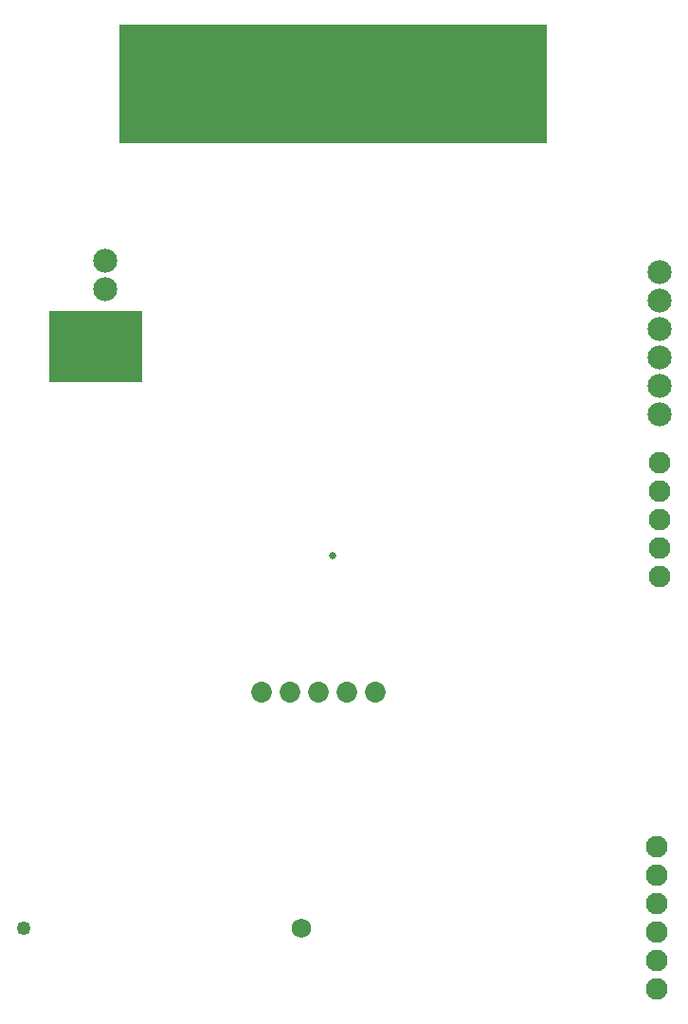
<source format=gbr>
G04 start of page 8 for group -4062 idx -4062 *
G04 Title: (unknown), soldermask *
G04 Creator: pcb v4.1.3-ge2c36c29 *
G04 CreationDate: Mon Jan  1 13:57:32 2024 UTC *
G04 For: p *
G04 Format: Gerber/RS-274X *
G04 PCB-Dimensions (mm): 152.40 127.00 *
G04 PCB-Coordinate-Origin: lower left *
%MOMM*%
%FSLAX43Y43*%
%LNBOTTOMMASK*%
%ADD63C,0.652*%
%ADD62C,1.252*%
%ADD61C,1.752*%
%ADD60C,1.852*%
%ADD59C,0.002*%
%ADD58C,2.152*%
%ADD57C,1.952*%
G54D57*X106036Y87345D03*
Y84805D03*
Y82265D03*
Y79725D03*
Y77185D03*
X105782Y53079D03*
Y50539D03*
Y47999D03*
Y45459D03*
Y42919D03*
Y40379D03*
G54D58*X106036Y104387D03*
Y101847D03*
Y99307D03*
Y96767D03*
Y94227D03*
Y91687D03*
X56492Y105424D03*
Y102884D03*
G54D59*G36*
X53802Y100560D02*Y98884D01*
X55478D01*
Y100560D01*
X53802D01*
G37*
G36*
X55802D02*Y98884D01*
X57478D01*
Y100560D01*
X55802D01*
G37*
G36*
Y98560D02*Y96884D01*
X57478D01*
Y98560D01*
X55802D01*
G37*
G36*
X53802D02*Y96884D01*
X55478D01*
Y98560D01*
X53802D01*
G37*
G36*
X55802Y96560D02*Y94884D01*
X57478D01*
Y96560D01*
X55802D01*
G37*
G36*
X53802D02*Y94884D01*
X55478D01*
Y96560D01*
X53802D01*
G37*
G36*
X57802Y100560D02*Y98884D01*
X59478D01*
Y100560D01*
X57802D01*
G37*
G36*
Y98560D02*Y96884D01*
X59478D01*
Y98560D01*
X57802D01*
G37*
G36*
Y96560D02*Y94884D01*
X59478D01*
Y96560D01*
X57802D01*
G37*
G54D60*X70441Y66838D03*
X72981D03*
G54D61*X73987Y45778D03*
G54D60*X75521Y66838D03*
X78061D03*
X80601D03*
G54D62*X49187Y45778D03*
G54D63*X76824Y79013D03*
G54D59*G36*
X51493Y100870D02*Y94574D01*
X59788D01*
Y100870D01*
X51493D01*
G37*
G36*
X78141Y126470D02*X75506D01*
Y115897D01*
X78141D01*
Y126470D01*
G37*
G36*
X80681D02*X78046D01*
Y115897D01*
X80681D01*
Y126470D01*
G37*
G36*
X83221D02*X80586D01*
Y115897D01*
X83221D01*
Y126470D01*
G37*
G36*
X85761D02*X83126D01*
Y115897D01*
X85761D01*
Y126470D01*
G37*
G36*
X88301D02*X85666D01*
Y115897D01*
X88301D01*
Y126470D01*
G37*
G36*
X90841D02*X88206D01*
Y115897D01*
X90841D01*
Y126470D01*
G37*
G36*
X93381D02*X90746D01*
Y115897D01*
X93381D01*
Y126470D01*
G37*
G36*
X95921D02*X93286D01*
Y115897D01*
X95921D01*
Y126470D01*
G37*
G36*
X67981D02*X65346D01*
Y115897D01*
X67981D01*
Y126470D01*
G37*
G36*
X70521D02*X67886D01*
Y115897D01*
X70521D01*
Y126470D01*
G37*
G36*
X60361D02*X57726D01*
Y115897D01*
X60361D01*
Y126470D01*
G37*
G36*
X62901D02*X60266D01*
Y115897D01*
X62901D01*
Y126470D01*
G37*
G36*
X65441D02*X62806D01*
Y115897D01*
X65441D01*
Y126470D01*
G37*
G36*
X73061D02*X70426D01*
Y115897D01*
X73061D01*
Y126470D01*
G37*
G36*
X75601D02*X72966D01*
Y115897D01*
X75601D01*
Y126470D01*
G37*
M02*

</source>
